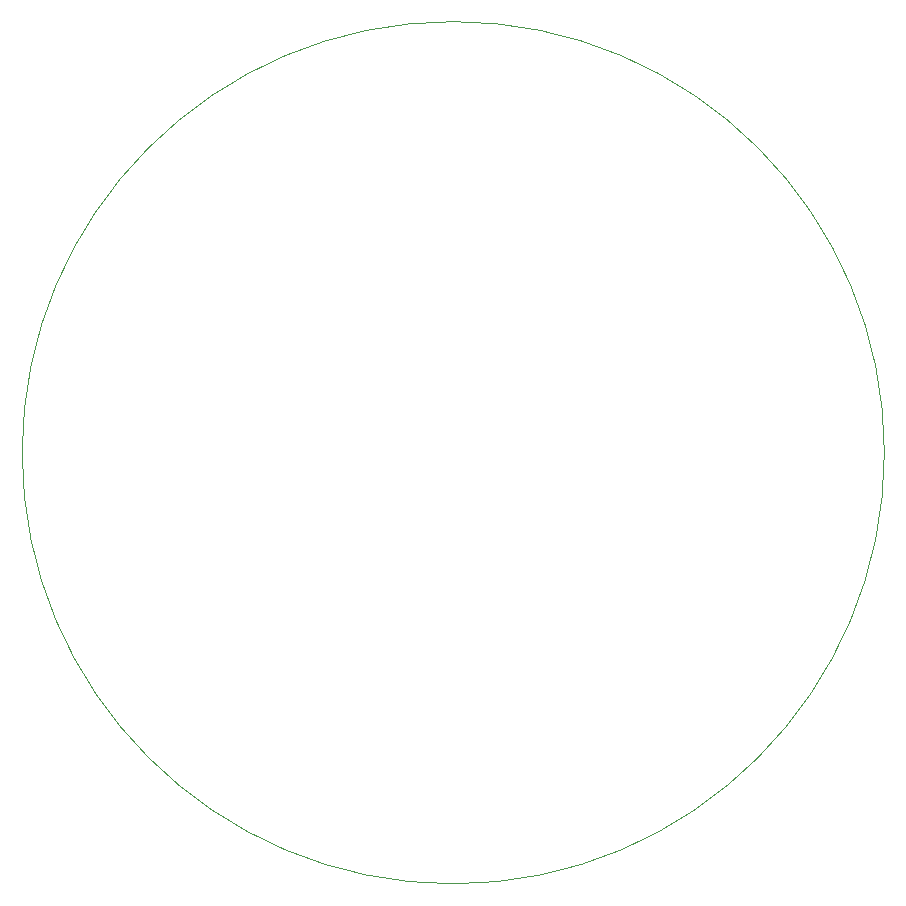
<source format=gm1>
%TF.GenerationSoftware,KiCad,Pcbnew,(6.0.4)*%
%TF.CreationDate,2022-05-01T19:09:37-04:00*%
%TF.ProjectId,odin,6f64696e-2e6b-4696-9361-645f70636258,rev?*%
%TF.SameCoordinates,Original*%
%TF.FileFunction,Profile,NP*%
%FSLAX46Y46*%
G04 Gerber Fmt 4.6, Leading zero omitted, Abs format (unit mm)*
G04 Created by KiCad (PCBNEW (6.0.4)) date 2022-05-01 19:09:37*
%MOMM*%
%LPD*%
G01*
G04 APERTURE LIST*
%TA.AperFunction,Profile*%
%ADD10C,0.100000*%
%TD*%
G04 APERTURE END LIST*
D10*
X189110294Y-99097814D02*
G75*
G03*
X189110294Y-99097814I-36500000J0D01*
G01*
M02*

</source>
